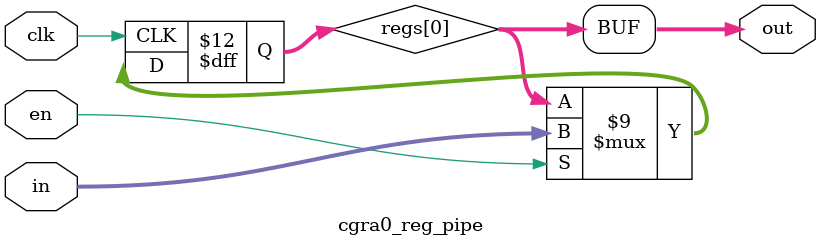
<source format=v>

module cgra0_reg_pipe #
(
  parameter NUM_STAGES = 1,
  parameter DATA_WIDTH = 16
)
(
  input clk,
  input en,
  input [DATA_WIDTH-1:0] in,
  output [DATA_WIDTH-1:0] out
);

  reg [DATA_WIDTH-1:0] regs [0:NUM_STAGES-1];
  integer i;

  assign out = regs[NUM_STAGES - 1];

  always @(posedge clk) begin
    if(en) begin
      regs[0] <= in;
      for(i=1; i<NUM_STAGES; i=i+1) begin
        regs[i] <= regs[i - 1];
      end
    end 
  end


  initial begin
    for(i=0; i<NUM_STAGES; i=i+1) begin
      regs[i] = 0;
    end
  end


endmodule

</source>
